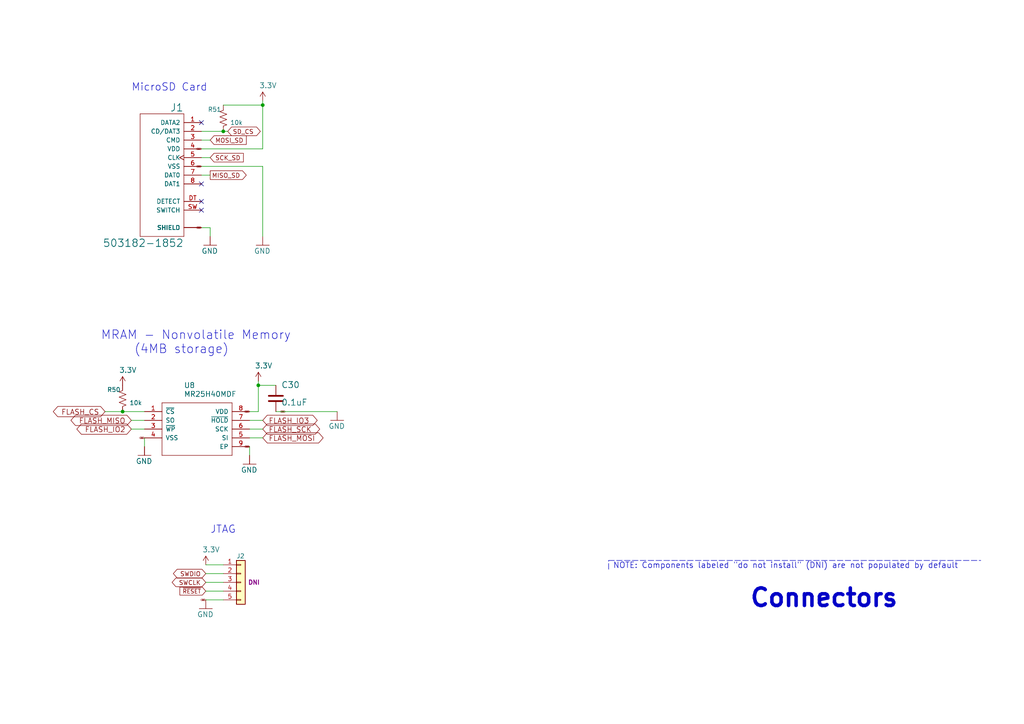
<source format=kicad_sch>
(kicad_sch (version 20211123) (generator eeschema)
  (paper "A4")
  (title_block (title "PyCubed Mainboard") (date "2021-06-09") (rev "v05c") (company "Max Holliday"))
  (lib_symbols
    (symbol "mainboard-rescue:C-Device-mainboard-rescue" (pin_numbers hide) (pin_names (offset 0.254))
      (property "Reference" "C" (at 0.635 2.54 0))
      (property "Value" "C-Device-mainboard-rescue" (at 0.635 -2.54 0))
      (symbol "C-Device-mainboard-rescue_0_1"
        (polyline (pts (xy -2.032 -0.762) (xy 2.032 -0.762)) (stroke (width 0.508)))
        (polyline (pts (xy -2.032 0.762) (xy 2.032 0.762)) (stroke (width 0.508)))
      )
      (symbol "C-Device-mainboard-rescue_1_1"
        (pin passive line (at 0 3.81 270) (length 2.794) (name "~") (number "1"))
        (pin passive line (at 0 -3.81 90) (length 2.794) (name "~") (number "2"))
      )
    )
    (symbol "mainboard-rescue:Conn_01x05-Connector_Generic-mainboard-rescue" (pin_names (offset 1.016) hide)
      (property "Reference" "J" (at 0 7.62 0))
      (property "Value" "Conn_01x05-Connector_Generic-mainboard-rescue" (at 0 -7.62 0))
      (symbol "Conn_01x05-Connector_Generic-mainboard-rescue_1_1"
        (rectangle (start -1.27 -4.953) (end 0 -5.207) (stroke (width 0.1524)))
        (rectangle (start -1.27 -2.413) (end 0 -2.667) (stroke (width 0.1524)))
        (rectangle (start -1.27 0.127) (end 0 -0.127) (stroke (width 0.1524)))
        (rectangle (start -1.27 2.667) (end 0 2.413) (stroke (width 0.1524)))
        (rectangle (start -1.27 5.207) (end 0 4.953) (stroke (width 0.1524)))
        (rectangle (start -1.27 6.35) (end 1.27 -6.35) (stroke (width 0.254)) (fill (type background)))
        (pin passive line (at -5.08 5.08 0) (length 3.81) (name "Pin_1") (number "1"))
        (pin passive line (at -5.08 2.54 0) (length 3.81) (name "Pin_2") (number "2"))
        (pin passive line (at -5.08 0 0) (length 3.81) (name "Pin_3") (number "3"))
        (pin passive line (at -5.08 -2.54 0) (length 3.81) (name "Pin_4") (number "4"))
        (pin passive line (at -5.08 -5.08 0) (length 3.81) (name "Pin_5") (number "5"))
      )
    )
    (symbol "mainboard-rescue:R_US-Device-mainboard-rescue" (pin_numbers hide) (pin_names (offset 0))
      (property "Reference" "R" (at 2.54 0 90))
      (property "Value" "R_US-Device-mainboard-rescue" (at -2.54 0 90))
      (symbol "R_US-Device-mainboard-rescue_0_1"
        (polyline (pts (xy 0 -2.286) (xy 0 -2.54)))
        (polyline (pts (xy 0 2.286) (xy 0 2.54)))
        (polyline (pts (xy 0 -0.762) (xy 1.016 -1.143) (xy 0 -1.524) (xy -1.016 -1.905) (xy 0 -2.286)))
        (polyline (pts (xy 0 0.762) (xy 1.016 0.381) (xy 0 0) (xy -1.016 -0.381) (xy 0 -0.762)))
        (polyline (pts (xy 0 2.286) (xy 1.016 1.905) (xy 0 1.524) (xy -1.016 1.143) (xy 0 0.762)))
      )
      (symbol "R_US-Device-mainboard-rescue_1_1"
        (pin passive line (at 0 3.81 270) (length 1.27) (name "~") (number "1"))
        (pin passive line (at 0 -3.81 90) (length 1.27) (name "~") (number "2"))
      )
    )
    (symbol "mainboard:3.3V" (power) (pin_names (offset 1.016))
      (property "Value" "3.3V" (at -1.016 3.556 0))
      (symbol "3.3V_1_0"
        (polyline (pts (xy 0 2.54) (xy -0.762 1.27)))
        (polyline (pts (xy 0.762 1.27) (xy 0 2.54)))
        (pin power_in line (at 0 0 90) (length 2.54) (name "3.3V") (number "1"))
      )
    )
    (symbol "mainboard:503182-1852" (pin_names (offset 1.016))
      (property "Reference" "J" (at 0 18.3642 0))
      (property "Value" "503182-1852" (at 0 -20.9042 0))
      (symbol "503182-1852_1_0"
        (polyline (pts (xy 0 -17.78) (xy 12.7 -17.78)))
        (polyline (pts (xy 0 17.78) (xy 0 -17.78)))
        (polyline (pts (xy 12.7 -17.78) (xy 12.7 17.78)))
        (polyline (pts (xy 12.7 17.78) (xy 0 17.78)))
        (pin bidirectional line (at -5.08 15.24 0) (length 5.08) (name "DATA2") (number "1"))
        (pin bidirectional line (at -5.08 12.7 0) (length 5.08) (name "CD/DAT3") (number "2"))
        (pin bidirectional line (at -5.08 10.16 0) (length 5.08) (name "CMD") (number "3"))
        (pin power_in line (at -5.08 7.62 0) (length 5.08) (name "VDD") (number "4"))
        (pin bidirectional clock (at -5.08 5.08 0) (length 5.08) (name "CLK") (number "5"))
        (pin power_in line (at -5.08 2.54 0) (length 5.08) (name "VSS") (number "6"))
        (pin bidirectional line (at -5.08 0 0) (length 5.08) (name "DAT0") (number "7"))
        (pin bidirectional line (at -5.08 -2.54 0) (length 5.08) (name "DAT1") (number "8"))
        (pin bidirectional line (at -5.08 -7.62 0) (length 5.08) (name "DETECT") (number "DT"))
        (pin passive line (at -5.08 -15.24 0) (length 5.08) (name "SHIELD") (number "P1"))
        (pin passive line (at -5.08 -15.24 0) (length 5.08) (name "SHIELD") (number "P2"))
        (pin passive line (at -5.08 -15.24 0) (length 5.08) (name "SHIELD") (number "P3"))
        (pin passive line (at -5.08 -15.24 0) (length 5.08) (name "SHIELD") (number "P4"))
        (pin passive line (at -5.08 -15.24 0) (length 5.08) (name "SHIELD") (number "P5"))
        (pin bidirectional line (at -5.08 -10.16 0) (length 5.08) (name "SWITCH") (number "SW"))
      )
    )
    (symbol "mainboard:GND" (power) (pin_names (offset 1.016))
      (property "Value" "GND" (at -2.54 -2.54 0))
      (symbol "GND_1_0"
        (polyline (pts (xy -1.905 0) (xy 1.905 0)))
        (pin power_in line (at 0 2.54 270) (length 2.54) (name "GND") (number "1"))
      )
    )
    (symbol "mainboard:MR25H40MDF" (pin_names (offset 1.016))
      (property "Reference" "U" (at 11.43 7.62 0))
      (property "Value" "MR25H40MDF" (at 11.43 5.08 0))
      (symbol "MR25H40MDF_1_0"
        (polyline (pts (xy 5.08 2.54) (xy 5.08 -12.7)))
        (polyline (pts (xy 5.08 2.54) (xy 25.4 2.54)))
        (polyline (pts (xy 25.4 -12.7) (xy 5.08 -12.7)))
        (polyline (pts (xy 25.4 -12.7) (xy 25.4 2.54)))
        (pin bidirectional line (at 0 0 0) (length 5.08) (name "~{CS}") (number "1"))
        (pin bidirectional line (at 0 -2.54 0) (length 5.08) (name "SO") (number "2"))
        (pin bidirectional line (at 0 -5.08 0) (length 5.08) (name "~{WP}") (number "3"))
        (pin bidirectional line (at 0 -7.62 0) (length 5.08) (name "VSS") (number "4"))
        (pin bidirectional line (at 30.48 -7.62 180) (length 5.08) (name "SI") (number "5"))
        (pin bidirectional line (at 30.48 -5.08 180) (length 5.08) (name "SCK") (number "6"))
        (pin bidirectional line (at 30.48 -2.54 180) (length 5.08) (name "~{HOLD}") (number "7"))
        (pin bidirectional line (at 30.48 0 180) (length 5.08) (name "VDD") (number "8"))
        (pin bidirectional line (at 30.48 -10.16 180) (length 5.08) (name "EP") (number "9"))
      )
    )
  )
  (junction (at 35.56 119.38))
  (junction (at 76.2 30.48))
  (junction (at 74.93 111.76))
  (junction (at 64.77 38.1))
  (no_connect (at 58.42 53.34))
  (no_connect (at 58.42 35.56))
  (no_connect (at 58.42 60.96))
  (no_connect (at 58.42 58.42))
  (wire (pts (xy 64.77 38.1) (xy 66.04 38.1)))
  (wire (pts (xy 76.2 30.48) (xy 76.2 29.21)))
  (wire (pts (xy 72.39 119.38) (xy 74.93 119.38)))
  (wire (pts (xy 58.42 40.64) (xy 60.96 40.64)))
  (wire (pts (xy 38.1 124.46) (xy 41.91 124.46)))
  (wire (pts (xy 72.39 129.54) (xy 72.39 132.08)))
  (wire (pts (xy 58.42 38.1) (xy 64.77 38.1)))
  (wire (pts (xy 80.01 111.76) (xy 74.93 111.76)))
  (wire (pts (xy 64.77 166.37) (xy 59.69 166.37)))
  (wire (pts (xy 76.2 121.92) (xy 72.39 121.92)))
  (wire (pts (xy 64.77 30.48) (xy 76.2 30.48)))
  (wire (pts (xy 58.42 50.8) (xy 60.96 50.8)))
  (wire (pts (xy 58.42 43.18) (xy 76.2 43.18)))
  (wire (pts (xy 64.77 168.91) (xy 59.69 168.91)))
  (wire (pts (xy 35.56 119.38) (xy 41.91 119.38)))
  (polyline (pts (xy 176.53 162.56) (xy 284.48 162.56)))
  (wire (pts (xy 74.93 119.38) (xy 74.93 111.76)))
  (wire (pts (xy 41.91 127) (xy 41.91 129.54)))
  (wire (pts (xy 60.96 66.04) (xy 60.96 68.58)))
  (wire (pts (xy 58.42 48.26) (xy 76.2 48.26)))
  (wire (pts (xy 58.42 45.72) (xy 60.96 45.72)))
  (wire (pts (xy 64.77 171.45) (xy 59.69 171.45)))
  (wire (pts (xy 59.69 173.99) (xy 64.77 173.99)))
  (wire (pts (xy 76.2 124.46) (xy 72.39 124.46)))
  (wire (pts (xy 38.1 121.92) (xy 41.91 121.92)))
  (wire (pts (xy 76.2 48.26) (xy 76.2 68.58)))
  (wire (pts (xy 30.48 119.38) (xy 35.56 119.38)))
  (wire (pts (xy 76.2 127) (xy 72.39 127)))
  (wire (pts (xy 74.93 111.76) (xy 74.93 110.49)))
  (wire (pts (xy 76.2 43.18) (xy 76.2 30.48)))
  (wire (pts (xy 58.42 66.04) (xy 60.96 66.04)))
  (wire (pts (xy 80.01 119.38) (xy 97.79 119.38)))
  (wire (pts (xy 59.69 163.83) (xy 64.77 163.83)))
  (polyline (pts (xy 176.53 165.1) (xy 176.53 162.56)))
  (text "MicroSD Card" (at 38.1 26.67 0) (effects (font (size 2.159 2.159)) (justify left bottom)))
  (text "MRAM - Nonvolatile Memory\n     (4MB storage)" (at 29.21 102.87 0) (effects (font (size 2.54 2.54)) (justify left bottom)))
  (text "NOTE: Components labeled \"do not install\" (DNI) are not populated by default" (at 177.8 165.1 0) (effects (font (size 1.651 1.651)) (justify left bottom)))
  (text "JTAG" (at 60.96 154.94 0) (effects (font (size 2.159 2.159)) (justify left bottom)))
  (text "Connectors" (at 217.17 176.53 0) (effects (font (size 5.08 5.08) (thickness 1.016) bold) (justify left bottom)))
  (global_label "~{RESET}" (shape input) (at 59.69 171.45 180) (effects (font (size 1.1684 1.1684))) (property "Intersheet References" "${INTERSHEET_REFS}" (effects hide)))
  (global_label "GND" (shape bidirectional) (at 59.69 173.99 180) (effects (font (size 0.254 0.254))) (property "Intersheet References" "${INTERSHEET_REFS}" (effects hide)))
  (global_label "MOSI_SD" (shape input) (at 60.96 40.64 0) (property "Intersheet References" "${INTERSHEET_REFS}" (effects hide)))
  (global_label "GND" (shape bidirectional) (at 41.91 127 180) (effects (font (size 0.254 0.254))) (property "Intersheet References" "${INTERSHEET_REFS}" (effects hide)))
  (global_label "FLASH_CS" (shape bidirectional) (at 30.48 119.38 180) (effects (font (size 1.4986 1.4986))) (property "Intersheet References" "${INTERSHEET_REFS}" (effects hide)))
  (global_label "3.3V" (shape bidirectional) (at 58.42 43.18 180) (effects (font (size 0.254 0.254))) (property "Intersheet References" "${INTERSHEET_REFS}" (effects hide)))
  (global_label "GND" (shape bidirectional) (at 81.28 119.38 0) (effects (font (size 0.254 0.254))) (property "Intersheet References" "${INTERSHEET_REFS}" (effects hide)))
  (global_label "FLASH_IO3" (shape bidirectional) (at 76.2 121.92 0) (effects (font (size 1.4986 1.4986))) (property "Intersheet References" "${INTERSHEET_REFS}" (effects hide)))
  (global_label "FLASH_IO2" (shape bidirectional) (at 38.1 124.46 180) (effects (font (size 1.4986 1.4986))) (property "Intersheet References" "${INTERSHEET_REFS}" (effects hide)))
  (global_label "SWCLK" (shape bidirectional) (at 59.69 168.91 180) (property "Intersheet References" "${INTERSHEET_REFS}" (effects hide)))
  (global_label "SD_CS" (shape bidirectional) (at 66.04 38.1 0) (property "Intersheet References" "${INTERSHEET_REFS}" (effects hide)))
  (global_label "SWDIO" (shape bidirectional) (at 59.69 166.37 180) (property "Intersheet References" "${INTERSHEET_REFS}" (effects hide)))
  (global_label "GND" (shape bidirectional) (at 58.42 48.26 180) (effects (font (size 0.254 0.254))) (property "Intersheet References" "${INTERSHEET_REFS}" (effects hide)))
  (global_label "GND" (shape bidirectional) (at 58.42 66.04 180) (effects (font (size 0.254 0.254))) (property "Intersheet References" "${INTERSHEET_REFS}" (effects hide)))
  (global_label "MISO_SD" (shape output) (at 60.96 50.8 0) (property "Intersheet References" "${INTERSHEET_REFS}" (effects hide)))
  (global_label "FLASH_MOSI" (shape bidirectional) (at 76.2 127 0) (effects (font (size 1.4986 1.4986))) (property "Intersheet References" "${INTERSHEET_REFS}" (effects hide)))
  (global_label "3.3V" (shape bidirectional) (at 72.39 119.38 180) (effects (font (size 0.254 0.254))) (property "Intersheet References" "${INTERSHEET_REFS}" (effects hide)))
  (global_label "SCK_SD" (shape input) (at 60.96 45.72 0) (property "Intersheet References" "${INTERSHEET_REFS}" (effects hide)))
  (global_label "GND" (shape bidirectional) (at 72.39 129.54 180) (effects (font (size 0.254 0.254))) (property "Intersheet References" "${INTERSHEET_REFS}" (effects hide)))
  (global_label "FLASH_MISO" (shape bidirectional) (at 38.1 121.92 180) (effects (font (size 1.4986 1.4986))) (property "Intersheet References" "${INTERSHEET_REFS}" (effects hide)))
  (global_label "FLASH_SCK" (shape bidirectional) (at 76.2 124.46 0) (effects (font (size 1.4986 1.4986))) (property "Intersheet References" "${INTERSHEET_REFS}" (effects hide)))
  (symbol (lib_id "mainboard:GND") (at 41.91 132.08 0) (unit 1)
    (property "Reference" "#GND022" (effects hide))
    (property "Value" "GND" (at 39.37 134.62 0) (effects (font (size 1.4986 1.4986)) (justify left bottom)))
  )
  (symbol (lib_id "mainboard:503182-1852") (at 53.34 50.8 0) (mirror y) (unit 1)
    (property "Reference" "J1" (at 53.34 32.4358 0) (effects (font (size 2.159 2.159)) (justify left bottom)))
    (property "Value" "503182-1852" (at 53.34 71.7296 0) (effects (font (size 2.159 2.159)) (justify left bottom)))
    (property "Footprint" "mainboard:MOLEX_503182-1852" (effects hide))
    (property "Datasheet" "https://www.molex.com/pdm_docs/sd/5031821852_sd.pdf" (effects hide))
    (property "Description" "Molex microSD Card Socket" (effects hide))
    (property "Flight" "5031821852" (effects hide))
    (property "Manufacturer_Name" "Molex" (effects hide))
    (property "Manufacturer_Part_Number" "5031821852" (effects hide))
    (property "Proto" "5031821852" (effects hide))
  )
  (symbol (lib_id "mainboard:MR25H40MDF") (at 41.91 119.38 0) (unit 1)
    (property "Reference" "U8" (at 53.34 111.76 0) (effects (font (size 1.4986 1.4986)) (justify left)))
    (property "Value" "MR25H40MDF" (at 53.34 114.3 0) (effects (font (size 1.4986 1.4986)) (justify left)))
    (property "Footprint" "mainboard:SON127P600X500X90-9N" (effects hide))
    (property "Datasheet" "https://www.winbond.com/resource-files/w25q80dv%20dl_revh_10022015.pdf" (effects hide))
    (property "Description" "Non-Volatile Memory" (effects hide))
    (property "Flight" "MR25H40MDF" (effects hide))
    (property "Manufacturer_Name" "Everspin Technologies Inc." (effects hide))
    (property "Manufacturer_Part_Number" "W25Q80DVSNIG" (effects hide))
    (property "Proto" "W25Q80DVSNIG" (effects hide))
  )
  (symbol (lib_id "mainboard-rescue:C-Device-mainboard-rescue") (at 80.01 115.57 0) (unit 1)
    (property "Reference" "C30" (at 81.534 112.649 0) (effects (font (size 1.778 1.778)) (justify left bottom)))
    (property "Value" "0.1uF" (at 81.534 117.729 0) (effects (font (size 1.778 1.778)) (justify left bottom)))
    (property "Footprint" "Capacitor_SMD:C_0603_1608Metric" (effects hide))
  )
  (symbol (lib_id "mainboard:GND") (at 97.79 121.92 0) (unit 1)
    (property "Reference" "#GND065" (effects hide))
    (property "Value" "GND" (at 95.25 124.46 0) (effects (font (size 1.4986 1.4986)) (justify left bottom)))
  )
  (symbol (lib_id "mainboard:GND") (at 59.69 176.53 0) (unit 1)
    (property "Reference" "#GND023" (effects hide))
    (property "Value" "GND" (at 57.15 179.07 0) (effects (font (size 1.4986 1.4986)) (justify left bottom)))
  )
  (symbol (lib_id "mainboard-rescue:Conn_01x05-Connector_Generic-mainboard-rescue") (at 69.85 168.91 0) (unit 1)
    (property "Reference" "J2" (at 68.58 161.29 0) (effects (justify left)))
    (property "Value" "Conn_01x05" (effects hide))
    (property "Footprint" "Connector_PinHeader_2.54mm:PinHeader_1x05_P2.54mm_Vertical" (effects hide))
    (property "DNI" "DNI" (at 73.66 168.91 0) (effects (font bold)))
    (property "Description" "Vertical Header - 0.1in (2.54mm)" (effects hide))
  )
  (symbol (lib_id "mainboard:3.3V") (at 59.69 163.83 0) (unit 1)
    (property "Reference" "#SUPPLY0102" (effects hide))
    (property "Value" "3.3V" (at 58.674 160.274 0) (effects (font (size 1.4986 1.4986)) (justify left bottom)))
  )
  (symbol (lib_id "mainboard-rescue:R_US-Device-mainboard-rescue") (at 64.77 34.29 0) (mirror x) (unit 1)
    (property "Reference" "R51" (at 62.23 31.75 0))
    (property "Value" "10k" (at 68.58 35.56 0))
    (property "Footprint" "Resistor_SMD:R_0603_1608Metric" (effects hide))
  )
  (symbol (lib_id "mainboard-rescue:R_US-Device-mainboard-rescue") (at 35.56 115.57 0) (mirror x) (unit 1)
    (property "Reference" "R50" (at 33.02 113.03 0))
    (property "Value" "10k" (at 39.37 116.84 0))
    (property "Footprint" "Resistor_SMD:R_0603_1608Metric" (effects hide))
  )
  (symbol (lib_id "mainboard:3.3V") (at 35.56 111.76 0) (unit 1)
    (property "Reference" "#SUPPLY0116" (effects hide))
    (property "Value" "3.3V" (at 34.544 108.204 0) (effects (font (size 1.4986 1.4986)) (justify left bottom)))
  )
  (symbol (lib_id "mainboard:GND") (at 72.39 134.62 0) (unit 1)
    (property "Reference" "#GND025" (effects hide))
    (property "Value" "GND" (at 69.85 137.16 0) (effects (font (size 1.4986 1.4986)) (justify left bottom)))
  )
  (symbol (lib_id "mainboard:3.3V") (at 74.93 110.49 0) (unit 1)
    (property "Reference" "#SUPPLY08" (effects hide))
    (property "Value" "3.3V" (at 73.914 106.934 0) (effects (font (size 1.4986 1.4986)) (justify left bottom)))
  )
  (symbol (lib_id "mainboard:GND") (at 76.2 71.12 0) (unit 1)
    (property "Reference" "#GND026" (effects hide))
    (property "Value" "GND" (at 73.66 73.66 0) (effects (font (size 1.4986 1.4986)) (justify left bottom)))
  )
  (symbol (lib_id "mainboard:GND") (at 60.96 71.12 0) (unit 1)
    (property "Reference" "#GND024" (effects hide))
    (property "Value" "GND" (at 58.42 73.66 0) (effects (font (size 1.4986 1.4986)) (justify left bottom)))
  )
  (symbol (lib_id "mainboard:3.3V") (at 76.2 29.21 0) (unit 1)
    (property "Reference" "#SUPPLY07" (effects hide))
    (property "Value" "3.3V" (at 75.184 25.654 0) (effects (font (size 1.4986 1.4986)) (justify left bottom)))
  )
)
</source>
